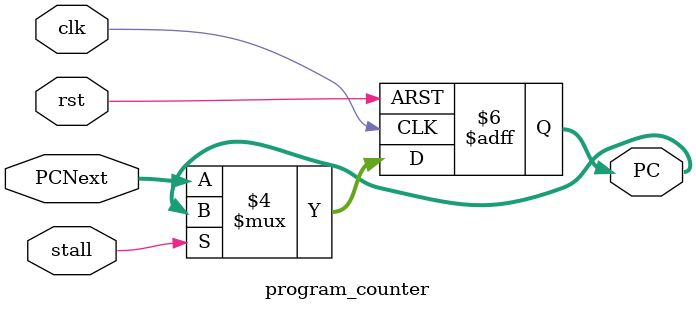
<source format=v>
module program_counter #(parameter DATA_WIDTH=32)
 (
    input  wire                  clk,rst,
    input  wire [DATA_WIDTH-1:0] PCNext,
    input  wire                  stall,
    output reg  [DATA_WIDTH-1:0] PC  
 );

always @(posedge clk or negedge rst)
 begin
    if(!rst)
       begin
         PC <= 'b0;
       end 
    else if (!stall)
        begin
         PC <= PCNext;   
        end    
    end
 endmodule

</source>
